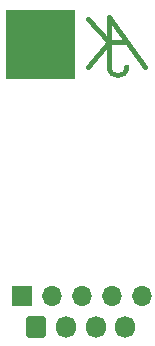
<source format=gbr>
%TF.GenerationSoftware,KiCad,Pcbnew,(6.0.2-0)*%
%TF.CreationDate,2022-02-23T18:19:18+00:00*%
%TF.ProjectId,Keypad2,4b657970-6164-4322-9e6b-696361645f70,5*%
%TF.SameCoordinates,Original*%
%TF.FileFunction,Soldermask,Bot*%
%TF.FilePolarity,Negative*%
%FSLAX46Y46*%
G04 Gerber Fmt 4.6, Leading zero omitted, Abs format (unit mm)*
G04 Created by KiCad (PCBNEW (6.0.2-0)) date 2022-02-23 18:19:18*
%MOMM*%
%LPD*%
G01*
G04 APERTURE LIST*
G04 Aperture macros list*
%AMRoundRect*
0 Rectangle with rounded corners*
0 $1 Rounding radius*
0 $2 $3 $4 $5 $6 $7 $8 $9 X,Y pos of 4 corners*
0 Add a 4 corners polygon primitive as box body*
4,1,4,$2,$3,$4,$5,$6,$7,$8,$9,$2,$3,0*
0 Add four circle primitives for the rounded corners*
1,1,$1+$1,$2,$3*
1,1,$1+$1,$4,$5*
1,1,$1+$1,$6,$7*
1,1,$1+$1,$8,$9*
0 Add four rect primitives between the rounded corners*
20,1,$1+$1,$2,$3,$4,$5,0*
20,1,$1+$1,$4,$5,$6,$7,0*
20,1,$1+$1,$6,$7,$8,$9,0*
20,1,$1+$1,$8,$9,$2,$3,0*%
G04 Aperture macros list end*
%ADD10C,0.450000*%
%ADD11RoundRect,0.250000X-0.600000X-0.675000X0.600000X-0.675000X0.600000X0.675000X-0.600000X0.675000X0*%
%ADD12O,1.700000X1.850000*%
%ADD13R,1.700000X1.700000*%
%ADD14O,1.700000X1.700000*%
G04 APERTURE END LIST*
D10*
%TO.C,Logo1*%
X170000000Y-99100000D02*
G75*
G03*
X171500000Y-99100000I750000J0D01*
G01*
X170000000Y-97000000D02*
X168200000Y-99100000D01*
X170000000Y-94900000D02*
X170000000Y-99100000D01*
X170000000Y-97000000D02*
X171500000Y-97000000D01*
X168200000Y-95000000D02*
X170000000Y-97000000D01*
X170000000Y-94900000D02*
X173000000Y-99100000D01*
%TO.C,U4*%
G36*
X167100000Y-100100000D02*
G01*
X161300000Y-100100000D01*
X161300000Y-94300000D01*
X167100000Y-94300000D01*
X167100000Y-100100000D01*
G37*
%TD*%
D11*
%TO.C,J1*%
X163850000Y-121100000D03*
D12*
X166350000Y-121100000D03*
X168850000Y-121100000D03*
X171350000Y-121100000D03*
%TD*%
D13*
%TO.C,J2*%
X162600000Y-118500000D03*
D14*
X165140000Y-118500000D03*
X167680000Y-118500000D03*
X170220000Y-118500000D03*
X172760000Y-118500000D03*
%TD*%
M02*

</source>
